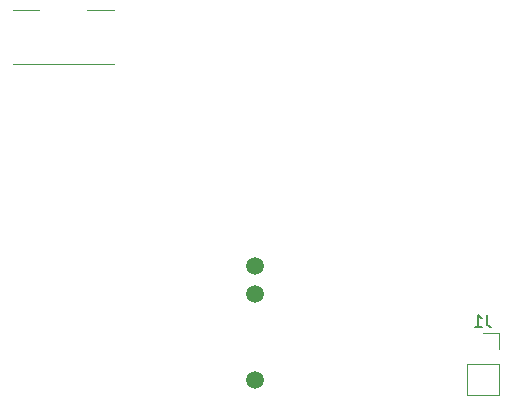
<source format=gbr>
%TF.GenerationSoftware,KiCad,Pcbnew,8.0.2*%
%TF.CreationDate,2024-06-19T11:28:36-04:00*%
%TF.ProjectId,StringsVR-Power,53747269-6e67-4735-9652-2d506f776572,rev?*%
%TF.SameCoordinates,Original*%
%TF.FileFunction,Legend,Bot*%
%TF.FilePolarity,Positive*%
%FSLAX46Y46*%
G04 Gerber Fmt 4.6, Leading zero omitted, Abs format (unit mm)*
G04 Created by KiCad (PCBNEW 8.0.2) date 2024-06-19 11:28:36*
%MOMM*%
%LPD*%
G01*
G04 APERTURE LIST*
%ADD10C,0.150000*%
%ADD11C,0.120000*%
%ADD12C,1.500000*%
G04 APERTURE END LIST*
D10*
X220233333Y-82824819D02*
X220233333Y-83539104D01*
X220233333Y-83539104D02*
X220280952Y-83681961D01*
X220280952Y-83681961D02*
X220376190Y-83777200D01*
X220376190Y-83777200D02*
X220519047Y-83824819D01*
X220519047Y-83824819D02*
X220614285Y-83824819D01*
X219233333Y-83824819D02*
X219804761Y-83824819D01*
X219519047Y-83824819D02*
X219519047Y-82824819D01*
X219519047Y-82824819D02*
X219614285Y-82967676D01*
X219614285Y-82967676D02*
X219709523Y-83062914D01*
X219709523Y-83062914D02*
X219804761Y-83110533D01*
D11*
%TO.C,SW1*%
X182300000Y-57000000D02*
X180100000Y-57000000D01*
X188700000Y-57000000D02*
X186400000Y-57000000D01*
X188700000Y-61600000D02*
X180100000Y-61600000D01*
%TO.C,J1*%
X218570000Y-86970000D02*
X221230000Y-86970000D01*
X218570000Y-89570000D02*
X218570000Y-86970000D01*
X218570000Y-89570000D02*
X221230000Y-89570000D01*
X219900000Y-84370000D02*
X221230000Y-84370000D01*
X221230000Y-84370000D02*
X221230000Y-85700000D01*
X221230000Y-89570000D02*
X221230000Y-86970000D01*
%TD*%
D12*
%TO.C,U5*%
X200600000Y-78700000D03*
X200600000Y-81030000D03*
X200600000Y-88300000D03*
%TD*%
M02*

</source>
